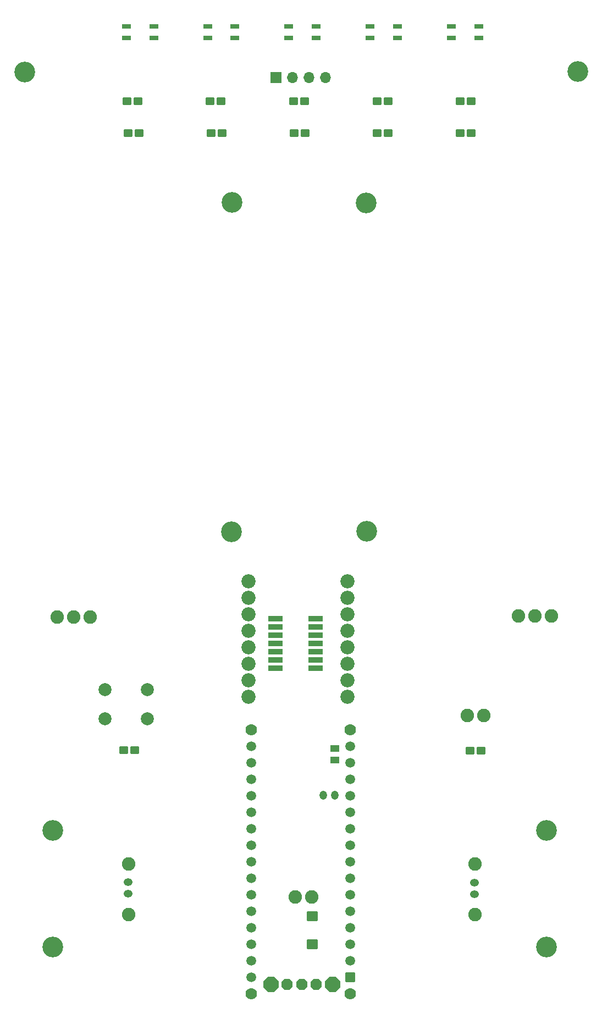
<source format=gbr>
%TF.GenerationSoftware,KiCad,Pcbnew,7.0.7*%
%TF.CreationDate,2024-03-06T07:28:39+08:00*%
%TF.ProjectId,lekirbotv2,6c656b69-7262-46f7-9476-322e6b696361,rev?*%
%TF.SameCoordinates,Original*%
%TF.FileFunction,Soldermask,Bot*%
%TF.FilePolarity,Negative*%
%FSLAX46Y46*%
G04 Gerber Fmt 4.6, Leading zero omitted, Abs format (unit mm)*
G04 Created by KiCad (PCBNEW 7.0.7) date 2024-03-06 07:28:39*
%MOMM*%
%LPD*%
G01*
G04 APERTURE LIST*
G04 Aperture macros list*
%AMRoundRect*
0 Rectangle with rounded corners*
0 $1 Rounding radius*
0 $2 $3 $4 $5 $6 $7 $8 $9 X,Y pos of 4 corners*
0 Add a 4 corners polygon primitive as box body*
4,1,4,$2,$3,$4,$5,$6,$7,$8,$9,$2,$3,0*
0 Add four circle primitives for the rounded corners*
1,1,$1+$1,$2,$3*
1,1,$1+$1,$4,$5*
1,1,$1+$1,$6,$7*
1,1,$1+$1,$8,$9*
0 Add four rect primitives between the rounded corners*
20,1,$1+$1,$2,$3,$4,$5,0*
20,1,$1+$1,$4,$5,$6,$7,0*
20,1,$1+$1,$6,$7,$8,$9,0*
20,1,$1+$1,$8,$9,$2,$3,0*%
%AMFreePoly0*
4,1,25,0.375350,0.844196,0.387473,0.833842,0.833842,0.387473,0.862349,0.331525,0.863600,0.315631,0.863600,-0.315631,0.844196,-0.375350,0.833842,-0.387473,0.387473,-0.833842,0.331525,-0.862349,0.315631,-0.863600,-0.315631,-0.863600,-0.375350,-0.844196,-0.387473,-0.833842,-0.833842,-0.387473,-0.862349,-0.331525,-0.863600,-0.315631,-0.863600,0.315631,-0.844196,0.375350,-0.833842,0.387473,
-0.387473,0.833842,-0.331525,0.862349,-0.315631,0.863600,0.315631,0.863600,0.375350,0.844196,0.375350,0.844196,$1*%
%AMFreePoly1*
4,1,25,0.501602,1.148996,0.513725,1.138642,1.138642,0.513725,1.167149,0.457777,1.168400,0.441883,1.168400,-0.441883,1.148996,-0.501602,1.138642,-0.513725,0.513725,-1.138642,0.457777,-1.167149,0.441883,-1.168400,-0.441883,-1.168400,-0.501602,-1.148996,-0.513725,-1.138642,-1.138642,-0.513725,-1.167149,-0.457777,-1.168400,-0.441883,-1.168400,0.441883,-1.148996,0.501602,-1.138642,0.513725,
-0.513725,1.138642,-0.457777,1.167149,-0.441883,1.168400,0.441883,1.168400,0.501602,1.148996,0.501602,1.148996,$1*%
G04 Aperture macros list end*
%ADD10R,1.700000X1.700000*%
%ADD11O,1.700000X1.700000*%
%ADD12C,3.200000*%
%ADD13C,2.082800*%
%ADD14C,2.000000*%
%ADD15C,1.778000*%
%ADD16RoundRect,0.101600X0.654000X-0.654000X0.654000X0.654000X-0.654000X0.654000X-0.654000X-0.654000X0*%
%ADD17C,1.511200*%
%ADD18FreePoly0,90.000000*%
%ADD19FreePoly1,90.000000*%
%ADD20C,2.183200*%
%ADD21RoundRect,0.101600X0.609600X0.266700X-0.609600X0.266700X-0.609600X-0.266700X0.609600X-0.266700X0*%
%ADD22RoundRect,0.101600X0.735000X-0.635000X0.735000X0.635000X-0.735000X0.635000X-0.735000X-0.635000X0*%
%ADD23RoundRect,0.101600X-0.735000X0.635000X-0.735000X-0.635000X0.735000X-0.635000X0.735000X0.635000X0*%
%ADD24RoundRect,0.101600X0.550000X0.500000X-0.550000X0.500000X-0.550000X-0.500000X0.550000X-0.500000X0*%
%ADD25RoundRect,0.101600X-0.600000X0.400000X-0.600000X-0.400000X0.600000X-0.400000X0.600000X0.400000X0*%
%ADD26RoundRect,0.460960X-0.190640X-0.089840X0.190640X-0.089840X0.190640X0.089840X-0.190640X0.089840X0*%
%ADD27RoundRect,0.101600X-0.550000X-0.500000X0.550000X-0.500000X0.550000X0.500000X-0.550000X0.500000X0*%
%ADD28RoundRect,0.460960X-0.089840X0.190640X-0.089840X-0.190640X0.089840X-0.190640X0.089840X0.190640X0*%
%ADD29RoundRect,0.101600X1.016000X-0.330200X1.016000X0.330200X-1.016000X0.330200X-1.016000X-0.330200X0*%
G04 APERTURE END LIST*
D10*
%TO.C,J3*%
X88646400Y-46557000D03*
D11*
X91186400Y-46557000D03*
X93726400Y-46557000D03*
X96266400Y-46557000D03*
%TD*%
D12*
%TO.C,H3*%
X54267100Y-180453451D03*
%TD*%
D13*
%TO.C,J1*%
X131013600Y-129455251D03*
X128473600Y-129455251D03*
X125933600Y-129455251D03*
%TD*%
%TO.C,M1A0*%
X65938400Y-167664551D03*
%TD*%
%TO.C,J2*%
X59995200Y-129633051D03*
X57455200Y-129633051D03*
X54915200Y-129633051D03*
%TD*%
D12*
%TO.C,H4*%
X54267100Y-162495651D03*
%TD*%
D14*
%TO.C,SW1*%
X62334400Y-140804851D03*
X68834400Y-140804851D03*
X62334400Y-145304851D03*
X68834400Y-145304851D03*
%TD*%
D12*
%TO.C,H5*%
X135077600Y-45642600D03*
%TD*%
D13*
%TO.C,LDR0*%
X118110400Y-144796851D03*
X120650400Y-144796851D03*
%TD*%
%TO.C,BATT0*%
X94107400Y-172736851D03*
X91567400Y-172736851D03*
%TD*%
D15*
%TO.C,ARDUINO_NANO1*%
X84836400Y-187646851D03*
X100076400Y-187646851D03*
X84836400Y-147006851D03*
X100076400Y-147006851D03*
D16*
X100076400Y-185106851D03*
D17*
X100076400Y-182566851D03*
X100076400Y-180026851D03*
X100076400Y-177486851D03*
X100076400Y-174946851D03*
X100076400Y-172406851D03*
X100076400Y-169866851D03*
X100076400Y-167326851D03*
X100076400Y-164786851D03*
X100076400Y-162246851D03*
X100076400Y-159706851D03*
X100076400Y-157166851D03*
X100076400Y-154626851D03*
X100076400Y-152086851D03*
X100076400Y-149546851D03*
X84836400Y-149546851D03*
X84836400Y-152086851D03*
X84836400Y-154626851D03*
X84836400Y-157166851D03*
X84836400Y-159706851D03*
X84836400Y-162246851D03*
X84836400Y-164786851D03*
X84836400Y-167326851D03*
X84836400Y-169866851D03*
X84836400Y-172406851D03*
X84836400Y-174946851D03*
X84836400Y-177486851D03*
X84836400Y-180026851D03*
X84836400Y-182566851D03*
X84836400Y-185106851D03*
%TD*%
D12*
%TO.C,H8*%
X81839200Y-65835600D03*
%TD*%
D18*
%TO.C,S2X0*%
X90360900Y-186198851D03*
X92583400Y-186198851D03*
X94805900Y-186198851D03*
D19*
X87833400Y-186211351D03*
X97333400Y-186186351D03*
%TD*%
D13*
%TO.C,M1B0*%
X65938400Y-175411551D03*
%TD*%
D12*
%TO.C,H10*%
X102591000Y-116425051D03*
%TD*%
%TO.C,H7*%
X102514800Y-65886400D03*
%TD*%
%TO.C,H9*%
X81813800Y-116501251D03*
%TD*%
D13*
%TO.C,M2A0*%
X119278400Y-167664551D03*
%TD*%
%TO.C,M2B0*%
X119278400Y-175411551D03*
%TD*%
D12*
%TO.C,H6*%
X49936800Y-45718800D03*
%TD*%
D20*
%TO.C,U1*%
X99670000Y-141935000D03*
X99670000Y-139395000D03*
X99670000Y-136855000D03*
X99670000Y-134315000D03*
X99670000Y-131775000D03*
X99670000Y-129235000D03*
X99670000Y-126695000D03*
X99670000Y-124155000D03*
X84430000Y-124155000D03*
X84430000Y-126695000D03*
X84430000Y-129235000D03*
X84430000Y-131775000D03*
X84430000Y-134315000D03*
X84430000Y-136855000D03*
X84430000Y-139395000D03*
X84430000Y-141935000D03*
%TD*%
D12*
%TO.C,H1*%
X130289300Y-180453451D03*
%TD*%
%TO.C,H2*%
X130289300Y-162495651D03*
%TD*%
D21*
%TO.C,U2*%
X69799600Y-40511800D03*
X65583200Y-40511800D03*
X65583200Y-38733800D03*
X69799600Y-38733800D03*
%TD*%
%TO.C,U6*%
X94831300Y-40511800D03*
X90614900Y-40511800D03*
X90614900Y-38733800D03*
X94831300Y-38733800D03*
%TD*%
%TO.C,U8*%
X119863000Y-40511800D03*
X115646600Y-40511800D03*
X115646600Y-38733800D03*
X119863000Y-38733800D03*
%TD*%
D22*
%TO.C,D7*%
X94234400Y-175675051D03*
D23*
X94234400Y-179975051D03*
%TD*%
D24*
%TO.C,R17*%
X66890400Y-150130851D03*
X65190400Y-150130851D03*
%TD*%
%TO.C,R12*%
X80198000Y-50239800D03*
X78498000Y-50239800D03*
%TD*%
D25*
%TO.C,C2*%
X97663400Y-149865851D03*
X97663400Y-151665851D03*
%TD*%
D26*
%TO.C,C6*%
X65862200Y-172261951D03*
X65862200Y-170483951D03*
%TD*%
D24*
%TO.C,R16*%
X120205000Y-150190000D03*
X118505000Y-150190000D03*
%TD*%
D27*
%TO.C,R13*%
X78641100Y-55091200D03*
X80341100Y-55091200D03*
%TD*%
D28*
%TO.C,C1*%
X95936200Y-157090451D03*
X97714200Y-157090451D03*
%TD*%
D21*
%TO.C,U7*%
X107347200Y-40511800D03*
X103130800Y-40511800D03*
X103130800Y-38733800D03*
X107347200Y-38733800D03*
%TD*%
D27*
%TO.C,R11*%
X91436000Y-55091200D03*
X93136000Y-55091200D03*
%TD*%
D29*
%TO.C,IC3*%
X88570200Y-137490000D03*
X88570200Y-136220000D03*
X88570200Y-134950000D03*
X88570200Y-133680000D03*
X88570200Y-132410000D03*
X88570200Y-131140000D03*
X88570200Y-129870000D03*
X94717000Y-129870000D03*
X94717000Y-131140000D03*
X94717000Y-132410000D03*
X94717000Y-133680000D03*
X94717000Y-134950000D03*
X94717000Y-136220000D03*
X94717000Y-137490000D03*
%TD*%
D27*
%TO.C,R15*%
X65846200Y-55091200D03*
X67546200Y-55091200D03*
%TD*%
D24*
%TO.C,R10*%
X93034400Y-50239800D03*
X91334400Y-50239800D03*
%TD*%
D26*
%TO.C,C7*%
X119202200Y-172287351D03*
X119202200Y-170509351D03*
%TD*%
D21*
%TO.C,U5*%
X82315500Y-40511800D03*
X78099100Y-40511800D03*
X78099100Y-38733800D03*
X82315500Y-38733800D03*
%TD*%
D27*
%TO.C,R7*%
X117025800Y-55091200D03*
X118725800Y-55091200D03*
%TD*%
D24*
%TO.C,R14*%
X67361600Y-50239800D03*
X65661600Y-50239800D03*
%TD*%
D27*
%TO.C,R9*%
X104230900Y-55091200D03*
X105930900Y-55091200D03*
%TD*%
D24*
%TO.C,R8*%
X105870800Y-50239800D03*
X104170800Y-50239800D03*
%TD*%
%TO.C,R6*%
X118707200Y-50239800D03*
X117007200Y-50239800D03*
%TD*%
M02*

</source>
